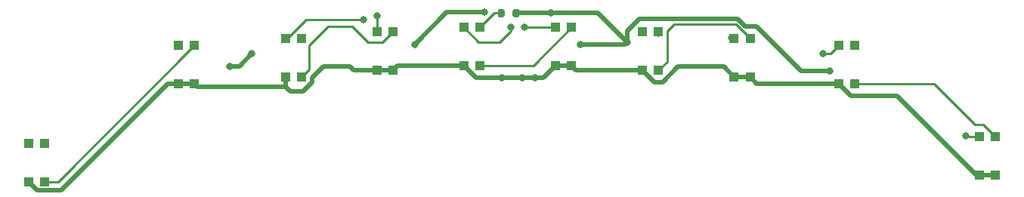
<source format=gbr>
%TF.GenerationSoftware,KiCad,Pcbnew,(5.1.7)-1*%
%TF.CreationDate,2021-05-03T22:05:59+02:00*%
%TF.ProjectId,KaszmirSensors,4b61737a-6d69-4725-9365-6e736f72732e,rev?*%
%TF.SameCoordinates,Original*%
%TF.FileFunction,Copper,L2,Bot*%
%TF.FilePolarity,Positive*%
%FSLAX46Y46*%
G04 Gerber Fmt 4.6, Leading zero omitted, Abs format (unit mm)*
G04 Created by KiCad (PCBNEW (5.1.7)-1) date 2021-05-03 22:05:59*
%MOMM*%
%LPD*%
G01*
G04 APERTURE LIST*
%TA.AperFunction,SMDPad,CuDef*%
%ADD10R,1.000000X1.000000*%
%TD*%
%TA.AperFunction,ViaPad*%
%ADD11C,0.800000*%
%TD*%
%TA.AperFunction,Conductor*%
%ADD12C,0.500000*%
%TD*%
%TA.AperFunction,Conductor*%
%ADD13C,0.250000*%
%TD*%
G04 APERTURE END LIST*
D10*
%TO.P,U10,4*%
%TO.N,Net-(U10-Pad4)*%
X86300000Y-109650000D03*
%TO.P,U10,3*%
%TO.N,GND*%
X84500000Y-109650000D03*
%TO.P,U10,2*%
%TO.N,KTIR10*%
X84500000Y-105350000D03*
%TO.P,U10,1*%
%TO.N,Net-(R5-Pad1)*%
X86300000Y-105350000D03*
%TD*%
%TO.P,U9,4*%
%TO.N,GND*%
X103050000Y-98650000D03*
%TO.P,U9,3*%
X101250000Y-98650000D03*
%TO.P,U9,2*%
%TO.N,KTIR9*%
X101250000Y-94350000D03*
%TO.P,U9,1*%
%TO.N,Net-(U10-Pad4)*%
X103050000Y-94350000D03*
%TD*%
%TO.P,U8,4*%
%TO.N,Net-(U7-Pad1)*%
X115050000Y-97900000D03*
%TO.P,U8,3*%
%TO.N,GND*%
X113250000Y-97900000D03*
%TO.P,U8,2*%
%TO.N,KTIR8*%
X113250000Y-93600000D03*
%TO.P,U8,1*%
%TO.N,Net-(R4-Pad1)*%
X115050000Y-93600000D03*
%TD*%
%TO.P,U7,4*%
%TO.N,GND*%
X125300000Y-97150000D03*
%TO.P,U7,3*%
X123500000Y-97150000D03*
%TO.P,U7,2*%
%TO.N,KTIR7*%
X123500000Y-92850000D03*
%TO.P,U7,1*%
%TO.N,Net-(U7-Pad1)*%
X125300000Y-92850000D03*
%TD*%
%TO.P,U6,4*%
%TO.N,Net-(U5-Pad1)*%
X135050000Y-96650000D03*
%TO.P,U6,3*%
%TO.N,GND*%
X133250000Y-96650000D03*
%TO.P,U6,2*%
%TO.N,KTIR6*%
X133250000Y-92350000D03*
%TO.P,U6,1*%
%TO.N,Net-(R3-Pad1)*%
X135050000Y-92350000D03*
%TD*%
%TO.P,U5,4*%
%TO.N,GND*%
X145300000Y-96650000D03*
%TO.P,U5,3*%
X143500000Y-96650000D03*
%TO.P,U5,2*%
%TO.N,KTIR5*%
X143500000Y-92350000D03*
%TO.P,U5,1*%
%TO.N,Net-(U5-Pad1)*%
X145300000Y-92350000D03*
%TD*%
%TO.P,U4,4*%
%TO.N,Net-(U3-Pad1)*%
X155050000Y-97150000D03*
%TO.P,U4,3*%
%TO.N,GND*%
X153250000Y-97150000D03*
%TO.P,U4,2*%
%TO.N,KTIR4*%
X153250000Y-92850000D03*
%TO.P,U4,1*%
%TO.N,Net-(R2-Pad1)*%
X155050000Y-92850000D03*
%TD*%
%TO.P,U3,4*%
%TO.N,GND*%
X165300000Y-97900000D03*
%TO.P,U3,3*%
X163500000Y-97900000D03*
%TO.P,U3,2*%
%TO.N,KTIR3*%
X163500000Y-93600000D03*
%TO.P,U3,1*%
%TO.N,Net-(U3-Pad1)*%
X165300000Y-93600000D03*
%TD*%
%TO.P,U2,4*%
%TO.N,Net-(U1-Pad1)*%
X177050000Y-98650000D03*
%TO.P,U2,3*%
%TO.N,GND*%
X175250000Y-98650000D03*
%TO.P,U2,2*%
%TO.N,KTIR2*%
X175250000Y-94350000D03*
%TO.P,U2,1*%
%TO.N,Net-(R1-Pad1)*%
X177050000Y-94350000D03*
%TD*%
%TO.P,U1,4*%
%TO.N,GND*%
X192800000Y-108900000D03*
%TO.P,U1,3*%
X191000000Y-108900000D03*
%TO.P,U1,2*%
%TO.N,KTIR1*%
X191000000Y-104600000D03*
%TO.P,U1,1*%
%TO.N,Net-(U1-Pad1)*%
X192800000Y-104600000D03*
%TD*%
%TO.P,R3,2*%
%TO.N,+3V3*%
%TA.AperFunction,SMDPad,CuDef*%
G36*
G01*
X138675000Y-91025000D02*
X138675000Y-90475000D01*
G75*
G02*
X138875000Y-90275000I200000J0D01*
G01*
X139275000Y-90275000D01*
G75*
G02*
X139475000Y-90475000I0J-200000D01*
G01*
X139475000Y-91025000D01*
G75*
G02*
X139275000Y-91225000I-200000J0D01*
G01*
X138875000Y-91225000D01*
G75*
G02*
X138675000Y-91025000I0J200000D01*
G01*
G37*
%TD.AperFunction*%
%TO.P,R3,1*%
%TO.N,Net-(R3-Pad1)*%
%TA.AperFunction,SMDPad,CuDef*%
G36*
G01*
X137025000Y-91025000D02*
X137025000Y-90475000D01*
G75*
G02*
X137225000Y-90275000I200000J0D01*
G01*
X137625000Y-90275000D01*
G75*
G02*
X137825000Y-90475000I0J-200000D01*
G01*
X137825000Y-91025000D01*
G75*
G02*
X137625000Y-91225000I-200000J0D01*
G01*
X137225000Y-91225000D01*
G75*
G02*
X137025000Y-91025000I0J200000D01*
G01*
G37*
%TD.AperFunction*%
%TD*%
D11*
%TO.N,+3V3*%
X174250000Y-97250000D03*
X151500000Y-94000000D03*
X146250000Y-94250000D03*
X143000000Y-90750000D03*
X107000000Y-96750000D03*
X109500000Y-95325000D03*
X127750000Y-94250000D03*
X135500000Y-90675000D03*
%TO.N,Net-(R2-Pad1)*%
X155000000Y-93000000D03*
%TO.N,Net-(R5-Pad1)*%
X86250000Y-105250000D03*
%TO.N,Net-(R4-Pad1)*%
X115000000Y-93500000D03*
%TO.N,Net-(R1-Pad1)*%
X177000000Y-94250000D03*
%TO.N,GND*%
X137500000Y-98000000D03*
X139750000Y-98000000D03*
X141250000Y-98000000D03*
%TO.N,KTIR1*%
X189500000Y-104500000D03*
%TO.N,KTIR2*%
X173500000Y-95250000D03*
%TO.N,KTIR3*%
X163250000Y-93500000D03*
%TO.N,KTIR4*%
X153250000Y-92850000D03*
%TO.N,KTIR5*%
X140000000Y-92325000D03*
%TO.N,KTIR6*%
X138500000Y-92325000D03*
%TO.N,KTIR7*%
X123538981Y-91097571D03*
%TO.N,KTIR8*%
X122000000Y-91500000D03*
%TO.N,KTIR9*%
X101250000Y-94350000D03*
%TO.N,KTIR10*%
X84500000Y-105350000D03*
%TD*%
D12*
%TO.N,+3V3*%
X151500000Y-92789998D02*
X151500000Y-94000000D01*
X152865008Y-91424990D02*
X151500000Y-92789998D01*
X163938176Y-91424990D02*
X152865008Y-91424990D01*
X166000000Y-92250000D02*
X164763186Y-92250000D01*
X171000000Y-97250000D02*
X166000000Y-92250000D01*
X164763186Y-92250000D02*
X163938176Y-91424990D01*
X174250000Y-97250000D02*
X171000000Y-97250000D01*
X148250000Y-90750000D02*
X143000000Y-90750000D01*
X151500000Y-94000000D02*
X148250000Y-90750000D01*
X151250000Y-94250000D02*
X151500000Y-94000000D01*
X146250000Y-94250000D02*
X151250000Y-94250000D01*
X143000000Y-90750000D02*
X139075000Y-90750000D01*
X108075000Y-96750000D02*
X109500000Y-95325000D01*
X107000000Y-96750000D02*
X108075000Y-96750000D01*
X131325000Y-90675000D02*
X135500000Y-90675000D01*
X127750000Y-94250000D02*
X131325000Y-90675000D01*
%TO.N,GND*%
X192800000Y-108900000D02*
X191000000Y-108900000D01*
X191000000Y-108900000D02*
X190650000Y-108900000D01*
X190650000Y-108900000D02*
X181750000Y-100000000D01*
X176600000Y-100000000D02*
X175250000Y-98650000D01*
X181750000Y-100000000D02*
X176600000Y-100000000D01*
X166050000Y-98650000D02*
X165300000Y-97900000D01*
X175250000Y-98650000D02*
X166050000Y-98650000D01*
X165300000Y-97900000D02*
X163500000Y-97900000D01*
X145800000Y-97150000D02*
X145300000Y-96650000D01*
X153250000Y-97150000D02*
X145800000Y-97150000D01*
X145300000Y-96650000D02*
X143500000Y-96650000D01*
X125800000Y-96650000D02*
X125300000Y-97150000D01*
X133250000Y-96650000D02*
X125800000Y-96650000D01*
X125300000Y-97150000D02*
X123500000Y-97150000D01*
X123500000Y-97150000D02*
X120900000Y-97150000D01*
X120900000Y-97150000D02*
X120500000Y-96750000D01*
X120500000Y-96750000D02*
X117500000Y-96750000D01*
X117500000Y-96750000D02*
X116250000Y-98000000D01*
X116250000Y-98510002D02*
X115260002Y-99500000D01*
X116250000Y-98000000D02*
X116250000Y-98510002D01*
X115260002Y-99500000D02*
X113750000Y-99500000D01*
X113250000Y-99000000D02*
X113250000Y-97900000D01*
X113750000Y-99500000D02*
X113250000Y-99000000D01*
X103400000Y-99000000D02*
X103050000Y-98650000D01*
X113250000Y-99000000D02*
X103400000Y-99000000D01*
X103050000Y-98650000D02*
X101250000Y-98650000D01*
X85450001Y-110600001D02*
X84500000Y-109650000D01*
X88149999Y-110600001D02*
X85450001Y-110600001D01*
X100100000Y-98650000D02*
X88149999Y-110600001D01*
X101250000Y-98650000D02*
X100100000Y-98650000D01*
X163500000Y-97900000D02*
X162350000Y-96750000D01*
X162350000Y-96750000D02*
X157250000Y-96750000D01*
X157250000Y-96750000D02*
X155500000Y-98500000D01*
X154600000Y-98500000D02*
X153250000Y-97150000D01*
X155500000Y-98500000D02*
X154600000Y-98500000D01*
X134600000Y-98000000D02*
X133250000Y-96650000D01*
X142150000Y-98000000D02*
X134600000Y-98000000D01*
X143500000Y-96650000D02*
X142150000Y-98000000D01*
D13*
%TO.N,KTIR1*%
X189600000Y-104600000D02*
X189500000Y-104500000D01*
X191000000Y-104600000D02*
X189600000Y-104600000D01*
%TO.N,KTIR2*%
X174350000Y-95250000D02*
X175250000Y-94350000D01*
X173500000Y-95250000D02*
X174350000Y-95250000D01*
%TO.N,KTIR3*%
X163350000Y-93600000D02*
X163250000Y-93500000D01*
X163500000Y-93600000D02*
X163350000Y-93600000D01*
%TO.N,KTIR5*%
X143475000Y-92325000D02*
X143500000Y-92350000D01*
X140000000Y-92325000D02*
X143475000Y-92325000D01*
%TO.N,KTIR6*%
X138500000Y-92325000D02*
X138500000Y-92750000D01*
X138500000Y-92750000D02*
X137250000Y-94000000D01*
X134900000Y-94000000D02*
X133250000Y-92350000D01*
X137250000Y-94000000D02*
X134900000Y-94000000D01*
%TO.N,KTIR7*%
X123500000Y-92850000D02*
X123500000Y-91136552D01*
X123500000Y-91136552D02*
X123538981Y-91097571D01*
%TO.N,KTIR8*%
X113464998Y-93600000D02*
X113250000Y-93600000D01*
X115564998Y-91500000D02*
X113464998Y-93600000D01*
X122000000Y-91500000D02*
X115564998Y-91500000D01*
%TO.N,Net-(R3-Pad1)*%
X136650000Y-90750000D02*
X135050000Y-92350000D01*
X137425000Y-90750000D02*
X136650000Y-90750000D01*
%TO.N,Net-(U1-Pad1)*%
X177050000Y-98650000D02*
X185900000Y-98650000D01*
X185900000Y-98650000D02*
X190500000Y-103250000D01*
X191450000Y-103250000D02*
X192800000Y-104600000D01*
X190500000Y-103250000D02*
X191450000Y-103250000D01*
%TO.N,Net-(U3-Pad1)*%
X163700000Y-92000000D02*
X165300000Y-93600000D01*
X156750000Y-92000000D02*
X163700000Y-92000000D01*
X156000000Y-92750000D02*
X156750000Y-92000000D01*
X156000000Y-96200000D02*
X156000000Y-92750000D01*
X155050000Y-97150000D02*
X156000000Y-96200000D01*
%TO.N,Net-(U5-Pad1)*%
X141000000Y-96650000D02*
X145300000Y-92350000D01*
X135050000Y-96650000D02*
X141000000Y-96650000D01*
%TO.N,Net-(U7-Pad1)*%
X124150000Y-94000000D02*
X125300000Y-92850000D01*
X122500000Y-94000000D02*
X124150000Y-94000000D01*
X120750000Y-92250000D02*
X122500000Y-94000000D01*
X118000000Y-92250000D02*
X120750000Y-92250000D01*
X115875001Y-94374999D02*
X118000000Y-92250000D01*
X115875001Y-97074999D02*
X115875001Y-94374999D01*
X115050000Y-97900000D02*
X115875001Y-97074999D01*
%TO.N,Net-(U10-Pad4)*%
X87750000Y-109650000D02*
X103050000Y-94350000D01*
X86300000Y-109650000D02*
X87750000Y-109650000D01*
%TD*%
M02*

</source>
